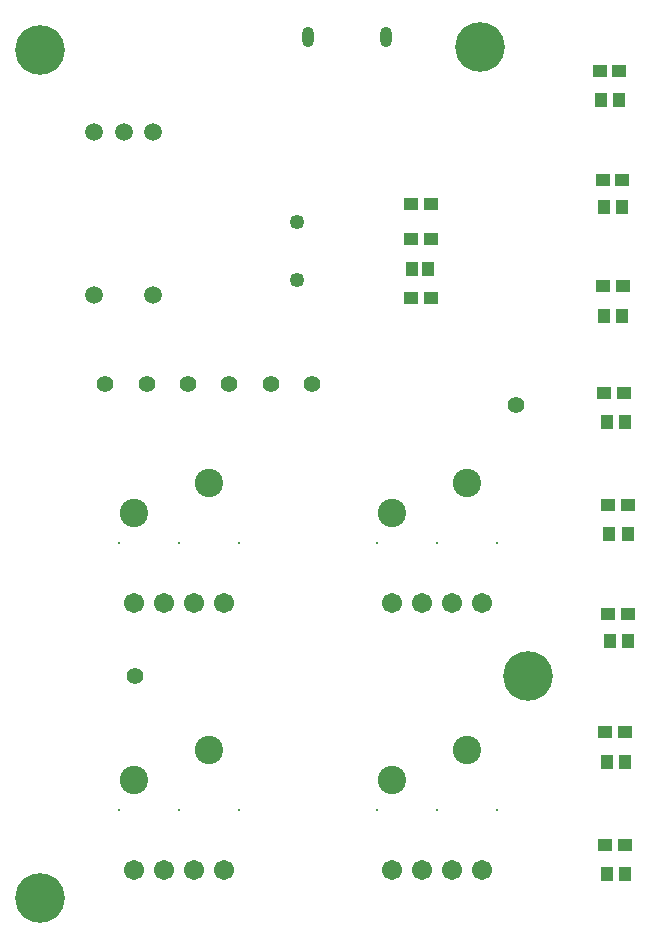
<source format=gbs>
G04*
G04 #@! TF.GenerationSoftware,Altium Limited,Altium Designer,20.2.7 (254)*
G04*
G04 Layer_Color=16711935*
%FSLAX44Y44*%
%MOMM*%
G71*
G04*
G04 #@! TF.SameCoordinates,3DC96C9F-A8A8-42D8-A5AB-E266E3FEE33C*
G04*
G04*
G04 #@! TF.FilePolarity,Negative*
G04*
G01*
G75*
%ADD44C,1.2532*%
%ADD45C,1.7032*%
%ADD46C,2.4032*%
%ADD47C,0.2032*%
%ADD48C,1.4986*%
%ADD49O,1.0032X1.7032*%
%ADD50C,1.3970*%
%ADD51C,4.2032*%
%ADD60R,1.2000X1.0000*%
%ADD61R,1.1032X1.2032*%
%ADD62R,1.0732X1.1832*%
D44*
X255000Y614400D02*
D03*
Y565600D02*
D03*
D45*
X411200Y66300D02*
D03*
X335000D02*
D03*
X360400D02*
D03*
X385800D02*
D03*
X411400Y291700D02*
D03*
X335200D02*
D03*
X360600D02*
D03*
X386000D02*
D03*
X192700Y65900D02*
D03*
X116500D02*
D03*
X141900D02*
D03*
X167300D02*
D03*
X193100Y291700D02*
D03*
X116900D02*
D03*
X142300D02*
D03*
X167700D02*
D03*
D46*
X398500Y167900D02*
D03*
X335000Y142500D02*
D03*
X398700Y393300D02*
D03*
X335200Y367900D02*
D03*
X180000Y167500D02*
D03*
X116500Y142100D02*
D03*
X180400Y393300D02*
D03*
X116900Y367900D02*
D03*
D47*
X423900Y117100D02*
D03*
X373100D02*
D03*
X322300D02*
D03*
X424100Y342500D02*
D03*
X373300D02*
D03*
X322500D02*
D03*
X205400Y116700D02*
D03*
X154600D02*
D03*
X103800D02*
D03*
X205800Y342500D02*
D03*
X155000D02*
D03*
X104200D02*
D03*
D48*
X83250Y690630D02*
D03*
X108250D02*
D03*
X133250D02*
D03*
X83250Y553130D02*
D03*
X133250D02*
D03*
D49*
X264000Y771000D02*
D03*
X330000D02*
D03*
D50*
X92500Y477500D02*
D03*
X232500D02*
D03*
X197500D02*
D03*
X267500D02*
D03*
X162500D02*
D03*
X117500Y230000D02*
D03*
X440000Y460000D02*
D03*
X127500Y477500D02*
D03*
D51*
X450000Y230000D02*
D03*
X37500Y42500D02*
D03*
X410000Y762500D02*
D03*
X37500Y760000D02*
D03*
D60*
X532500Y87500D02*
D03*
X516000D02*
D03*
X532500Y182500D02*
D03*
X516000D02*
D03*
X535000Y282500D02*
D03*
X518500D02*
D03*
X535000Y375000D02*
D03*
X518500D02*
D03*
X531500Y470000D02*
D03*
X515000D02*
D03*
X530750Y560000D02*
D03*
X514250D02*
D03*
X530000Y650000D02*
D03*
X513500D02*
D03*
X527500Y742500D02*
D03*
X511000D02*
D03*
X368250Y550000D02*
D03*
X351750D02*
D03*
X368250Y600000D02*
D03*
X351750D02*
D03*
X368250Y630000D02*
D03*
X351750D02*
D03*
D61*
X352250Y575000D02*
D03*
X365750D02*
D03*
D62*
X517200Y62500D02*
D03*
X532800D02*
D03*
X517200Y157500D02*
D03*
X532800D02*
D03*
X519700Y260000D02*
D03*
X535300D02*
D03*
X519400Y350000D02*
D03*
X535000D02*
D03*
X517200Y445000D02*
D03*
X532800D02*
D03*
X514700Y535000D02*
D03*
X530300D02*
D03*
X514400Y627500D02*
D03*
X530000D02*
D03*
X511900Y717500D02*
D03*
X527500D02*
D03*
M02*

</source>
